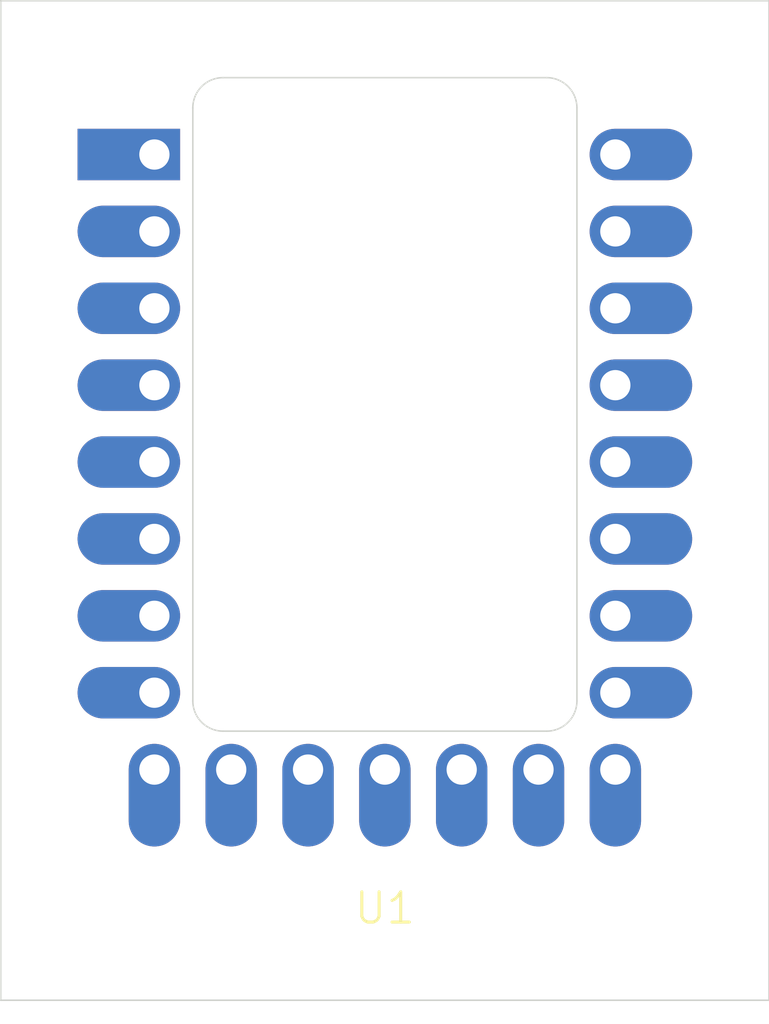
<source format=kicad_pcb>
(kicad_pcb (version 20240108) (generator "pcbnew") (generator_version "8.0")
  (layers (0 "F.Cu" signal) (31 "B.Cu" signal) (34 "B.Paste" user) (35 "F.Paste" user) (36 "B.SilkS" user "B.Silkscreen") (37 "F.SilkS" user "F.Silkscreen") (38 "B.Mask" user) (39 "F.Mask" user) (44 "Edge.Cuts" user))
  (net 0 "")
  (net 22 "GND")
  (net 23 "+5V")
  (footprint "Alexander Footprint Library:RP2040-Zero-constellation" (layer "F.Cu") (at 165.1 78.74)
    (property "Reference" "U1" (at 0 -0.5 0) (layer "F.SilkS") (effects (font (thickness 0.1))))
    (property "Value" "~")
    (fp_line (start -6.35 -26.94) (end -6.35 -7.35) (stroke (width 0.05)) (layer "Edge.Cuts"))
    (fp_line (start -5.35 -27.94) (end 5.35 -27.94) (stroke (width 0.05)) (layer "Edge.Cuts"))
    (fp_line (start -5.35 -6.35) (end 5.35 -6.35) (stroke (width 0.05)) (layer "Edge.Cuts"))
    (fp_line (start 6.35 -7.35) (end 6.35 -26.94) (stroke (width 0.05)) (layer "Edge.Cuts"))
    (fp_arc (start -6.35 -26.94) (mid -6.057107 -27.647107) (end -5.35 -27.94) (stroke (width 0.05)) (layer "Edge.Cuts"))
    (fp_arc (start -5.35 -6.35) (mid -6.057107 -6.642893) (end -6.35 -7.35) (stroke (width 0.05)) (layer "Edge.Cuts"))
    (fp_arc (start 5.35 -27.94) (mid 6.057107 -27.647107) (end 6.35 -26.94) (stroke (width 0.05)) (layer "Edge.Cuts"))
    (fp_arc (start 6.35 -7.35) (mid 6.057107 -6.642893) (end 5.35 -6.35) (stroke (width 0.05)) (layer "Edge.Cuts"))
    (pad "1" thru_hole rect (at -7.62 -25.4 180) (size 3.39 1.7) (drill 1 (offset 0.845 0)) (layers "*.Cu" "*.Mask") (net 23 "+5V"))
    (pad "2" thru_hole oval (at -7.62 -22.86 180) (size 3.39 1.7) (drill 1 (offset 0.845 0)) (layers "*.Cu" "*.Mask") (net 22 "GND"))
    (pad "3" thru_hole oval (at -7.62 -20.32 180) (size 3.39 1.7) (drill 1 (offset 0.845 0)) (layers "*.Cu" "*.Mask"))
    (pad "4" thru_hole oval (at -7.62 -17.78 180) (size 3.39 1.7) (drill 1 (offset 0.845 0)) (layers "*.Cu" "*.Mask"))
    (pad "5" thru_hole oval (at -7.62 -15.24 180) (size 3.39 1.7) (drill 1 (offset 0.845 0)) (layers "*.Cu" "*.Mask"))
    (pad "6" thru_hole oval (at -7.62 -12.7 180) (size 3.39 1.7) (drill 1 (offset 0.845 0)) (layers "*.Cu" "*.Mask"))
    (pad "7" thru_hole oval (at -7.62 -10.16 180) (size 3.39 1.7) (drill 1 (offset 0.845 0)) (layers "*.Cu" "*.Mask"))
    (pad "8" thru_hole oval (at -7.62 -7.62 180) (size 3.39 1.7) (drill 1 (offset 0.845 0)) (layers "*.Cu" "*.Mask"))
    (pad "9" thru_hole oval (at -7.62 -5.08 180) (size 1.7 3.39) (drill 1 (offset 0 -0.845)) (layers "*.Cu" "*.Mask"))
    (pad "10" thru_hole oval (at -5.08 -5.08 180) (size 1.7 3.39) (drill 1 (offset 0 -0.845)) (layers "*.Cu" "*.Mask"))
    (pad "11" thru_hole oval (at -2.54 -5.08 180) (size 1.7 3.39) (drill 1 (offset 0 -0.845)) (layers "*.Cu" "*.Mask"))
    (pad "12" thru_hole oval (at 0 -5.08 180) (size 1.7 3.39) (drill 1 (offset 0 -0.845)) (layers "*.Cu" "*.Mask"))
    (pad "13" thru_hole oval (at 2.54 -5.08 180) (size 1.7 3.39) (drill 1 (offset 0 -0.845)) (layers "*.Cu" "*.Mask"))
    (pad "14" thru_hole oval (at 5.08 -5.08 180) (size 1.7 3.39) (drill 1 (offset 0 -0.845)) (layers "*.Cu" "*.Mask"))
    (pad "15" thru_hole oval (at 7.62 -5.08 180) (size 1.7 3.39) (drill 1 (offset 0 -0.845)) (layers "*.Cu" "*.Mask"))
    (pad "16" thru_hole oval (at 7.62 -7.62 180) (size 3.39 1.7) (drill 1 (offset -0.845 0)) (layers "*.Cu" "*.Mask"))
    (pad "17" thru_hole oval (at 7.62 -10.16 180) (size 3.39 1.7) (drill 1 (offset -0.845 0)) (layers "*.Cu" "*.Mask"))
    (pad "18" thru_hole oval (at 7.62 -12.7 180) (size 3.39 1.7) (drill 1 (offset -0.845 0)) (layers "*.Cu" "*.Mask"))
    (pad "19" thru_hole oval (at 7.62 -15.24 180) (size 3.39 1.7) (drill 1 (offset -0.845 0)) (layers "*.Cu" "*.Mask"))
    (pad "20" thru_hole oval (at 7.62 -17.78 180) (size 3.39 1.7) (drill 1 (offset -0.845 0)) (layers "*.Cu" "*.Mask"))
    (pad "21" thru_hole oval (at 7.62 -20.32 180) (size 3.39 1.7) (drill 1 (offset -0.845 0)) (layers "*.Cu" "*.Mask"))
    (pad "22" thru_hole oval (at 7.62 -22.86 180) (size 3.39 1.7) (drill 1 (offset -0.845 0)) (layers "*.Cu" "*.Mask"))
    (pad "23" thru_hole oval (at 7.62 -25.4 180) (size 3.39 1.7) (drill 1 (offset -0.845 0)) (layers "*.Cu" "*.Mask"))
  )
  (gr_line (start 152.4 81.28) (end 177.8 81.28) (stroke (width 0.05)) (layer "Edge.Cuts"))
  (gr_line (start 152.4 48.26) (end 152.4 50.8) (stroke (width 0.05)) (layer "Edge.Cuts"))
  (gr_line (start 152.4 50.8) (end 152.4 81.28) (stroke (width 0.05)) (layer "Edge.Cuts"))
  (gr_line (start 177.8 81.28) (end 177.8 48.26) (stroke (width 0.05)) (layer "Edge.Cuts"))
  (gr_line (start 177.8 48.26) (end 152.4 48.26) (stroke (width 0.05)) (layer "Edge.Cuts"))
)
</source>
